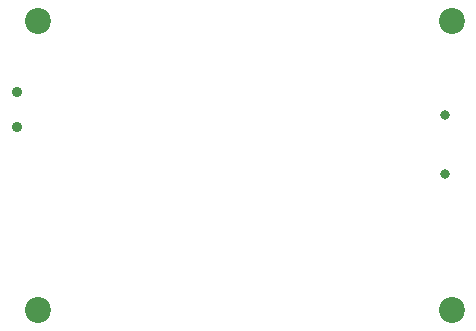
<source format=gbr>
%TF.GenerationSoftware,KiCad,Pcbnew,9.0.4*%
%TF.CreationDate,2025-10-05T01:25:01+05:30*%
%TF.ProjectId,Project4,50726f6a-6563-4743-942e-6b696361645f,rev?*%
%TF.SameCoordinates,Original*%
%TF.FileFunction,NonPlated,1,2,NPTH,Drill*%
%TF.FilePolarity,Positive*%
%FSLAX46Y46*%
G04 Gerber Fmt 4.6, Leading zero omitted, Abs format (unit mm)*
G04 Created by KiCad (PCBNEW 9.0.4) date 2025-10-05 01:25:01*
%MOMM*%
%LPD*%
G01*
G04 APERTURE LIST*
%TA.AperFunction,ComponentDrill*%
%ADD10C,0.800000*%
%TD*%
%TA.AperFunction,ComponentDrill*%
%ADD11C,0.900000*%
%TD*%
%TA.AperFunction,ComponentDrill*%
%ADD12C,2.200000*%
%TD*%
G04 APERTURE END LIST*
D10*
%TO.C,J1*%
X131445000Y-89005000D03*
X131445000Y-94005000D03*
D11*
%TO.C,SW1*%
X95170000Y-87000000D03*
X95170000Y-90000000D03*
D12*
%TO.C,H4*%
X97000000Y-81000000D03*
%TO.C,H1*%
X97000000Y-105500000D03*
%TO.C,H3*%
X132000000Y-81000000D03*
%TO.C,H2*%
X132000000Y-105500000D03*
M02*

</source>
